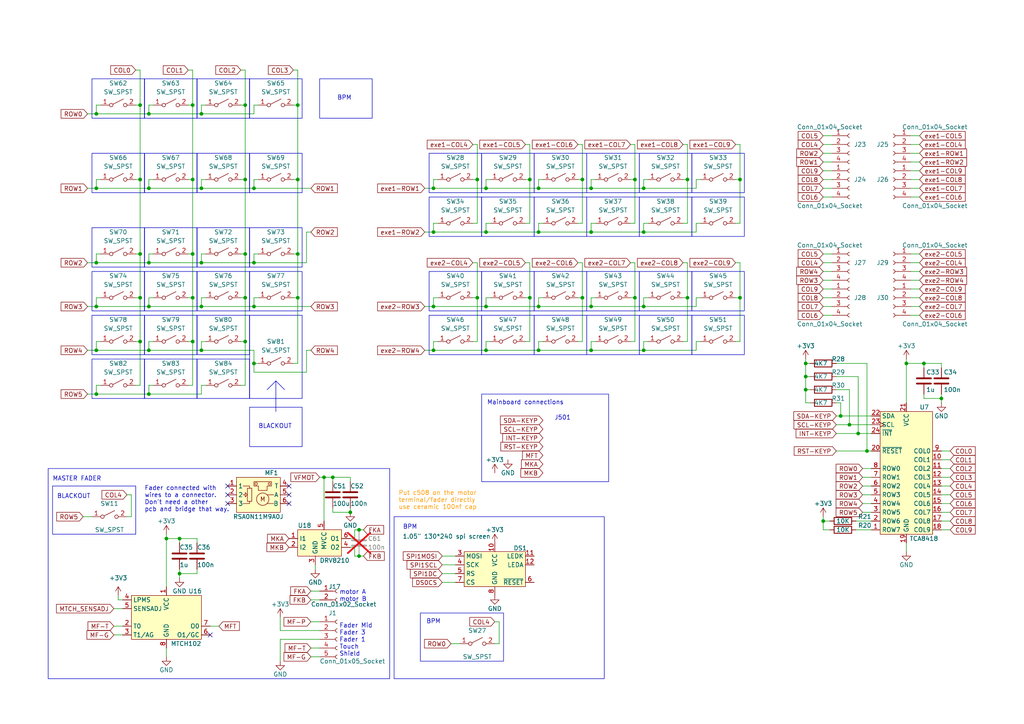
<source format=kicad_sch>
(kicad_sch (version 20231120) (generator "eeschema") (generator_version "8.0")
  (paper "A4")
  (junction (at 186.69 54.61))
  (junction (at 58.42 33.02))
  (junction (at 186.69 88.9))
  (junction (at 58.42 101.6))
  (junction (at 73.66 76.2))
  (junction (at 171.45 88.9))
  (junction (at 171.45 101.6))
  (junction (at 71.12 30.48))
  (junction (at 55.88 52.07))
  (junction (at 267.97 105.41))
  (junction (at 48.26 156.21))
  (junction (at 93.98 138.43))
  (junction (at 186.69 101.6))
  (junction (at 171.45 54.61))
  (junction (at 214.63 86.36))
  (junction (at 251.46 130.81))
  (junction (at 58.42 88.9))
  (junction (at 243.84 120.65))
  (junction (at 55.88 73.66))
  (junction (at 273.05 115.57))
  (junction (at 40.64 30.48))
  (junction (at 55.88 86.36))
  (junction (at 43.18 88.9))
  (junction (at 58.42 54.61))
  (junction (at 73.66 54.61))
  (junction (at 125.73 101.6))
  (junction (at 168.91 52.07))
  (junction (at 86.36 30.48))
  (junction (at 73.66 88.9))
  (junction (at 140.97 101.6))
  (junction (at 27.94 54.61))
  (junction (at 86.36 86.36))
  (junction (at 233.68 113.03))
  (junction (at 184.15 86.36))
  (junction (at 246.38 123.19))
  (junction (at 55.88 99.06))
  (junction (at 184.15 52.07))
  (junction (at 52.07 156.21))
  (junction (at 40.64 99.06))
  (junction (at 27.94 88.9))
  (junction (at 43.18 33.02))
  (junction (at 86.36 52.07))
  (junction (at 248.92 125.73))
  (junction (at 101.6 148.59))
  (junction (at 71.12 99.06))
  (junction (at 73.66 105.41))
  (junction (at 43.18 101.6))
  (junction (at 58.42 76.2))
  (junction (at 140.97 54.61))
  (junction (at 138.43 52.07))
  (junction (at 104.14 153.67))
  (junction (at 199.39 86.36))
  (junction (at 52.07 166.37))
  (junction (at 168.91 86.36))
  (junction (at 233.68 109.22))
  (junction (at 27.94 76.2))
  (junction (at 125.73 54.61))
  (junction (at 40.64 73.66))
  (junction (at 27.94 101.6))
  (junction (at 156.21 88.9))
  (junction (at 171.45 67.31))
  (junction (at 125.73 88.9))
  (junction (at 125.73 67.31))
  (junction (at 156.21 67.31))
  (junction (at 43.18 114.3))
  (junction (at 156.21 101.6))
  (junction (at 71.12 86.36))
  (junction (at 55.88 30.48))
  (junction (at 27.94 33.02))
  (junction (at 262.89 105.41))
  (junction (at 214.63 52.07))
  (junction (at 71.12 73.66))
  (junction (at 233.68 105.41))
  (junction (at 156.21 54.61))
  (junction (at 153.67 52.07))
  (junction (at 40.64 86.36))
  (junction (at 27.94 114.3))
  (junction (at 104.14 161.29))
  (junction (at 140.97 67.31))
  (junction (at 140.97 88.9))
  (junction (at 138.43 86.36))
  (junction (at 199.39 52.07))
  (junction (at 71.12 52.07))
  (junction (at 43.18 76.2))
  (junction (at 238.76 151.13))
  (junction (at 153.67 86.36))
  (junction (at 43.18 54.61))
  (junction (at 40.64 52.07))
  (junction (at 186.69 67.31))
  (junction (at 96.52 138.43))
  (junction (at 86.36 73.66))
  (no_connect (at 83.82 143.51))
  (no_connect (at 66.04 143.51))
  (no_connect (at 83.82 146.05))
  (no_connect (at 60.96 184.15))
  (no_connect (at 83.82 140.97))
  (no_connect (at 66.04 140.97))
  (no_connect (at 66.04 146.05))
  (wire (pts (xy 96.52 147.32) (xy 96.52 148.59)))
  (wire (pts (xy 171.45 67.31) (xy 156.21 67.31)))
  (wire (pts (xy 171.45 88.9) (xy 186.69 88.9)))
  (wire (pts (xy 140.97 86.36) (xy 140.97 88.9)))
  (wire (pts (xy 27.94 33.02) (xy 43.18 33.02)))
  (wire (pts (xy 238.76 88.9) (xy 241.3 88.9)))
  (wire (pts (xy 43.18 99.06) (xy 43.18 101.6)))
  (wire (pts (xy 199.39 76.2) (xy 199.39 86.36)))
  (wire (pts (xy 88.9 76.2) (xy 73.66 76.2)))
  (wire (pts (xy 54.61 73.66) (xy 55.88 73.66)))
  (wire (pts (xy 273.05 105.41) (xy 267.97 105.41)))
  (wire (pts (xy 125.73 86.36) (xy 125.73 88.9)))
  (wire (pts (xy 58.42 99.06) (xy 59.69 99.06)))
  (wire (pts (xy 153.67 76.2) (xy 153.67 86.36)))
  (wire (pts (xy 71.12 30.48) (xy 71.12 52.07)))
  (wire (pts (xy 69.85 20.32) (xy 71.12 20.32)))
  (wire (pts (xy 199.39 41.91) (xy 199.39 52.07)))
  (wire (pts (xy 25.4 54.61) (xy 27.94 54.61)))
  (wire (pts (xy 156.21 86.36) (xy 156.21 88.9)))
  (wire (pts (xy 233.68 109.22) (xy 234.95 109.22)))
  (wire (pts (xy 214.63 76.2) (xy 214.63 86.36)))
  (wire (pts (xy 242.57 116.84) (xy 243.84 116.84)))
  (wire (pts (xy 137.16 76.2) (xy 138.43 76.2)))
  (wire (pts (xy 273.05 143.51) (xy 275.59 143.51)))
  (wire (pts (xy 90.17 180.34) (xy 92.71 180.34)))
  (wire (pts (xy 172.72 64.77) (xy 171.45 64.77)))
  (wire (pts (xy 199.39 86.36) (xy 199.39 99.06)))
  (wire (pts (xy 264.16 57.15) (xy 266.7 57.15)))
  (wire (pts (xy 48.26 156.21) (xy 52.07 156.21)))
  (wire (pts (xy 85.09 105.41) (xy 86.36 105.41)))
  (wire (pts (xy 198.12 86.36) (xy 199.39 86.36)))
  (wire (pts (xy 238.76 151.13) (xy 238.76 153.67)))
  (wire (pts (xy 59.69 52.07) (xy 58.42 52.07)))
  (wire (pts (xy 238.76 52.07) (xy 241.3 52.07)))
  (wire (pts (xy 25.4 76.2) (xy 27.94 76.2)))
  (wire (pts (xy 187.96 64.77) (xy 186.69 64.77)))
  (wire (pts (xy 73.66 107.95) (xy 73.66 105.41)))
  (wire (pts (xy 71.12 73.66) (xy 71.12 86.36)))
  (wire (pts (xy 238.76 57.15) (xy 241.3 57.15)))
  (wire (pts (xy 52.07 166.37) (xy 52.07 167.64)))
  (wire (pts (xy 264.16 81.28) (xy 266.7 81.28)))
  (wire (pts (xy 57.15 165.1) (xy 57.15 166.37)))
  (wire (pts (xy 137.16 41.91) (xy 138.43 41.91)))
  (wire (pts (xy 168.91 99.06) (xy 167.64 99.06)))
  (wire (pts (xy 102.87 153.67) (xy 102.87 156.21)))
  (wire (pts (xy 233.68 109.22) (xy 233.68 105.41)))
  (wire (pts (xy 203.2 99.06) (xy 201.93 99.06)))
  (wire (pts (xy 248.285 151.13) (xy 252.73 151.13)))
  (wire (pts (xy 186.69 101.6) (xy 201.93 101.6)))
  (wire (pts (xy 248.92 109.22) (xy 248.92 125.73)))
  (wire (pts (xy 27.94 88.9) (xy 43.18 88.9)))
  (wire (pts (xy 144.78 186.69) (xy 143.51 186.69)))
  (wire (pts (xy 246.38 113.03) (xy 246.38 123.19)))
  (wire (pts (xy 58.42 73.66) (xy 59.69 73.66)))
  (wire (pts (xy 238.76 49.53) (xy 241.3 49.53)))
  (wire (pts (xy 34.29 173.99) (xy 35.56 173.99)))
  (wire (pts (xy 213.36 52.07) (xy 214.63 52.07)))
  (wire (pts (xy 27.94 86.36) (xy 27.94 88.9)))
  (wire (pts (xy 43.18 111.76) (xy 43.18 114.3)))
  (wire (pts (xy 96.52 148.59) (xy 101.6 148.59)))
  (wire (pts (xy 264.16 52.07) (xy 266.7 52.07)))
  (wire (pts (xy 238.76 153.67) (xy 240.665 153.67)))
  (wire (pts (xy 40.64 99.06) (xy 40.64 111.76)))
  (wire (pts (xy 186.69 86.36) (xy 186.69 88.9)))
  (wire (pts (xy 238.76 46.99) (xy 241.3 46.99)))
  (wire (pts (xy 54.61 99.06) (xy 55.88 99.06)))
  (wire (pts (xy 242.57 120.65) (xy 243.84 120.65)))
  (wire (pts (xy 48.26 154.94) (xy 48.26 156.21)))
  (wire (pts (xy 43.18 99.06) (xy 44.45 99.06)))
  (wire (pts (xy 25.4 101.6) (xy 27.94 101.6)))
  (wire (pts (xy 71.12 20.32) (xy 71.12 30.48)))
  (wire (pts (xy 90.17 173.99) (xy 92.71 173.99)))
  (wire (pts (xy 85.09 73.66) (xy 86.36 73.66)))
  (wire (pts (xy 238.76 39.37) (xy 241.3 39.37)))
  (wire (pts (xy 39.37 30.48) (xy 40.64 30.48)))
  (wire (pts (xy 264.16 83.82) (xy 266.7 83.82)))
  (wire (pts (xy 198.12 64.77) (xy 199.39 64.77)))
  (wire (pts (xy 201.93 52.07) (xy 201.93 54.61)))
  (wire (pts (xy 55.88 30.48) (xy 55.88 52.07)))
  (polyline (pts (xy 80.01 110.49) (xy 80.01 119.38)))
  (wire (pts (xy 88.9 101.6) (xy 90.17 101.6)))
  (polyline (pts (xy 77.47 113.03) (xy 80.01 110.49)))
  (wire (pts (xy 44.45 52.07) (xy 43.18 52.07)))
  (wire (pts (xy 167.64 52.07) (xy 168.91 52.07)))
  (wire (pts (xy 27.94 76.2) (xy 43.18 76.2)))
  (wire (pts (xy 242.57 125.73) (xy 248.92 125.73)))
  (wire (pts (xy 238.76 78.74) (xy 241.3 78.74)))
  (wire (pts (xy 27.94 86.36) (xy 29.21 86.36)))
  (wire (pts (xy 171.45 64.77) (xy 171.45 67.31)))
  (wire (pts (xy 171.45 52.07) (xy 171.45 54.61)))
  (wire (pts (xy 54.61 30.48) (xy 55.88 30.48)))
  (wire (pts (xy 27.94 111.76) (xy 29.21 111.76)))
  (wire (pts (xy 172.72 52.07) (xy 171.45 52.07)))
  (wire (pts (xy 43.18 54.61) (xy 58.42 54.61)))
  (wire (pts (xy 238.76 44.45) (xy 241.3 44.45)))
  (wire (pts (xy 39.37 73.66) (xy 40.64 73.66)))
  (wire (pts (xy 27.94 73.66) (xy 29.21 73.66)))
  (wire (pts (xy 25.4 114.3) (xy 27.94 114.3)))
  (wire (pts (xy 55.88 99.06) (xy 55.88 111.76)))
  (wire (pts (xy 233.68 113.03) (xy 234.95 113.03)))
  (wire (pts (xy 127 99.06) (xy 125.73 99.06)))
  (wire (pts (xy 238.76 83.82) (xy 241.3 83.82)))
  (wire (pts (xy 273.05 114.3) (xy 273.05 115.57)))
  (wire (pts (xy 40.64 86.36) (xy 40.64 99.06)))
  (wire (pts (xy 123.19 101.6) (xy 125.73 101.6)))
  (wire (pts (xy 58.42 52.07) (xy 58.42 54.61)))
  (wire (pts (xy 86.36 20.32) (xy 86.36 30.48)))
  (wire (pts (xy 214.63 41.91) (xy 214.63 52.07)))
  (wire (pts (xy 27.94 30.48) (xy 27.94 33.02)))
  (wire (pts (xy 238.76 41.91) (xy 241.3 41.91)))
  (wire (pts (xy 29.21 52.07) (xy 27.94 52.07)))
  (wire (pts (xy 273.05 106.68) (xy 273.05 105.41)))
  (wire (pts (xy 69.85 86.36) (xy 71.12 86.36)))
  (wire (pts (xy 86.36 30.48) (xy 86.36 52.07)))
  (wire (pts (xy 184.15 86.36) (xy 184.15 99.06)))
  (wire (pts (xy 264.16 78.74) (xy 266.7 78.74)))
  (wire (pts (xy 55.88 73.66) (xy 55.88 86.36)))
  (wire (pts (xy 92.71 138.43) (xy 93.98 138.43)))
  (wire (pts (xy 40.64 52.07) (xy 40.64 73.66)))
  (wire (pts (xy 182.88 52.07) (xy 184.15 52.07)))
  (wire (pts (xy 273.05 153.67) (xy 275.59 153.67)))
  (wire (pts (xy 27.94 114.3) (xy 43.18 114.3)))
  (wire (pts (xy 43.18 73.66) (xy 44.45 73.66)))
  (wire (pts (xy 187.96 52.07) (xy 186.69 52.07)))
  (wire (pts (xy 52.07 157.48) (xy 52.07 156.21)))
  (wire (pts (xy 140.97 99.06) (xy 140.97 101.6)))
  (wire (pts (xy 201.93 64.77) (xy 201.93 67.31)))
  (wire (pts (xy 57.15 166.37) (xy 52.07 166.37)))
  (wire (pts (xy 214.63 86.36) (xy 214.63 99.06)))
  (wire (pts (xy 273.05 146.05) (xy 275.59 146.05)))
  (wire (pts (xy 248.92 125.73) (xy 252.73 125.73)))
  (wire (pts (xy 152.4 64.77) (xy 153.67 64.77)))
  (wire (pts (xy 262.89 105.41) (xy 267.97 105.41)))
  (polyline (pts (xy 80.01 110.49) (xy 82.55 113.03)))
  (wire (pts (xy 69.85 30.48) (xy 71.12 30.48)))
  (wire (pts (xy 238.76 149.86) (xy 238.76 151.13)))
  (wire (pts (xy 157.48 99.06) (xy 156.21 99.06)))
  (wire (pts (xy 57.15 156.21) (xy 52.07 156.21)))
  (wire (pts (xy 142.24 52.07) (xy 140.97 52.07)))
  (wire (pts (xy 153.67 52.07) (xy 153.67 64.77)))
  (wire (pts (xy 88.9 67.31) (xy 88.9 76.2)))
  (wire (pts (xy 81.28 185.42) (xy 81.28 191.77)))
  (wire (pts (xy 127 64.77) (xy 125.73 64.77)))
  (wire (pts (xy 34.29 172.72) (xy 34.29 173.99)))
  (wire (pts (xy 85.09 86.36) (xy 86.36 86.36)))
  (wire (pts (xy 39.37 111.76) (xy 40.64 111.76)))
  (wire (pts (xy 104.14 161.29) (xy 105.41 161.29)))
  (wire (pts (xy 43.18 101.6) (xy 58.42 101.6)))
  (wire (pts (xy 171.45 86.36) (xy 171.45 88.9)))
  (wire (pts (xy 132.08 166.37) (xy 128.27 166.37)))
  (wire (pts (xy 40.64 73.66) (xy 40.64 86.36)))
  (wire (pts (xy 38.1 143.51) (xy 38.1 149.86)))
  (wire (pts (xy 214.63 52.07) (xy 214.63 64.77)))
  (wire (pts (xy 242.57 123.19) (xy 246.38 123.19)))
  (wire (pts (xy 90.17 190.5) (xy 92.71 190.5)))
  (wire (pts (xy 58.42 33.02) (xy 73.66 33.02)))
  (wire (pts (xy 199.39 99.06) (xy 198.12 99.06)))
  (wire (pts (xy 101.6 138.43) (xy 96.52 138.43)))
  (wire (pts (xy 186.69 52.07) (xy 186.69 54.61)))
  (wire (pts (xy 85.09 20.32) (xy 86.36 20.32)))
  (wire (pts (xy 43.18 86.36) (xy 44.45 86.36)))
  (wire (pts (xy 182.88 64.77) (xy 184.15 64.77)))
  (wire (pts (xy 184.15 41.91) (xy 184.15 52.07)))
  (wire (pts (xy 58.42 54.61) (xy 73.66 54.61)))
  (wire (pts (xy 186.69 67.31) (xy 171.45 67.31)))
  (wire (pts (xy 55.88 86.36) (xy 55.88 99.06)))
  (wire (pts (xy 39.37 52.07) (xy 40.64 52.07)))
  (wire (pts (xy 243.84 120.65) (xy 252.73 120.65)))
  (wire (pts (xy 73.66 30.48) (xy 74.93 30.48)))
  (wire (pts (xy 168.91 41.91) (xy 168.91 52.07)))
  (wire (pts (xy 25.4 33.02) (xy 27.94 33.02)))
  (wire (pts (xy 24.13 149.86) (xy 26.67 149.86)))
  (wire (pts (xy 55.88 52.07) (xy 55.88 73.66)))
  (wire (pts (xy 140.97 67.31) (xy 125.73 67.31)))
  (wire (pts (xy 153.67 86.36) (xy 153.67 99.06)))
  (wire (pts (xy 250.19 143.51) (xy 252.73 143.51)))
  (wire (pts (xy 71.12 99.06) (xy 71.12 111.76)))
  (wire (pts (xy 130.81 186.69) (xy 133.35 186.69)))
  (wire (pts (xy 43.18 111.76) (xy 44.45 111.76)))
  (wire (pts (xy 143.51 180.34) (xy 144.78 180.34)))
  (wire (pts (xy 184.15 76.2) (xy 184.15 86.36)))
  (wire (pts (xy 144.78 180.34) (xy 144.78 186.69)))
  (wire (pts (xy 58.42 30.48) (xy 58.42 33.02)))
  (wire (pts (xy 27.94 101.6) (xy 43.18 101.6)))
  (wire (pts (xy 264.16 46.99) (xy 266.7 46.99)))
  (wire (pts (xy 186.69 64.77) (xy 186.69 67.31)))
  (wire (pts (xy 273.05 116.84) (xy 273.05 115.57)))
  (wire (pts (xy 59.69 30.48) (xy 58.42 30.48)))
  (wire (pts (xy 73.66 86.36) (xy 74.93 86.36)))
  (wire (pts (xy 156.21 52.07) (xy 156.21 54.61)))
  (wire (pts (xy 123.19 88.9) (xy 125.73 88.9)))
  (wire (pts (xy 55.88 20.32) (xy 55.88 30.48)))
  (wire (pts (xy 273.05 133.35) (xy 275.59 133.35)))
  (wire (pts (xy 264.16 44.45) (xy 266.7 44.45)))
  (wire (pts (xy 187.96 86.36) (xy 186.69 86.36)))
  (wire (pts (xy 167.64 41.91) (xy 168.91 41.91)))
  (wire (pts (xy 90.17 171.45) (xy 92.71 171.45)))
  (wire (pts (xy 43.18 114.3) (xy 58.42 114.3)))
  (wire (pts (xy 213.36 99.06) (xy 214.63 99.06)))
  (wire (pts (xy 264.16 91.44) (xy 266.7 91.44)))
  (wire (pts (xy 88.9 67.31) (xy 90.17 67.31)))
  (wire (pts (xy 58.42 73.66) (xy 58.42 76.2)))
  (wire (pts (xy 43.18 88.9) (xy 58.42 88.9)))
  (wire (pts (xy 264.16 88.9) (xy 266.7 88.9)))
  (wire (pts (xy 156.21 101.6) (xy 171.45 101.6)))
  (wire (pts (xy 199.39 52.07) (xy 199.39 64.77)))
  (wire (pts (xy 40.64 30.48) (xy 40.64 52.07)))
  (wire (pts (xy 43.18 52.07) (xy 43.18 54.61)))
  (wire (pts (xy 251.46 130.81) (xy 252.73 130.81)))
  (wire (pts (xy 213.36 41.91) (xy 214.63 41.91)))
  (wire (pts (xy 156.21 54.61) (xy 140.97 54.61)))
  (wire (pts (xy 60.96 181.61) (xy 63.5 181.61)))
  (wire (pts (xy 73.66 76.2) (xy 73.66 73.66)))
  (wire (pts (xy 201.93 86.36) (xy 201.93 88.9)))
  (wire (pts (xy 73.66 33.02) (xy 73.66 30.48)))
  (wire (pts (xy 242.57 113.03) (xy 246.38 113.03)))
  (wire (pts (xy 39.37 99.06) (xy 40.64 99.06)))
  (wire (pts (xy 58.42 99.06) (xy 58.42 101.6)))
  (wire (pts (xy 203.2 86.36) (xy 201.93 86.36)))
  (wire (pts (xy 81.28 182.88) (xy 92.71 182.88)))
  (wire (pts (xy 168.91 86.36) (xy 168.91 99.06)))
  (wire (pts (xy 153.67 41.91) (xy 153.67 52.07)))
  (wire (pts (xy 251.46 105.41) (xy 251.46 130.81)))
  (wire (pts (xy 33.02 184.15) (xy 35.56 184.15)))
  (wire (pts (xy 264.16 86.36) (xy 266.7 86.36)))
  (wire (pts (xy 125.73 54.61) (xy 140.97 54.61)))
  (wire (pts (xy 267.97 105.41) (xy 267.97 106.68)))
  (wire (pts (xy 182.88 41.91) (xy 184.15 41.91)))
  (wire (pts (xy 273.05 148.59) (xy 275.59 148.59)))
  (wire (pts (xy 187.96 99.06) (xy 186.69 99.06)))
  (wire (pts (xy 125.73 52.07) (xy 125.73 54.61)))
  (wire (pts (xy 242.57 109.22) (xy 248.92 109.22)))
  (wire (pts (xy 198.12 76.2) (xy 199.39 76.2)))
  (wire (pts (xy 182.88 99.06) (xy 184.15 99.06)))
  (wire (pts (xy 138.43 86.36) (xy 138.43 99.06)))
  (wire (pts (xy 201.93 54.61) (xy 186.69 54.61)))
  (wire (pts (xy 73.66 52.07) (xy 74.93 52.07)))
  (wire (pts (xy 38.1 149.86) (xy 36.83 149.86)))
  (wire (pts (xy 58.42 86.36) (xy 58.42 88.9)))
  (wire (pts (xy 273.05 130.81) (xy 275.59 130.81)))
  (wire (pts (xy 213.36 64.77) (xy 214.63 64.77)))
  (wire (pts (xy 69.85 52.07) (xy 71.12 52.07)))
  (wire (pts (xy 186.69 54.61) (xy 171.45 54.61)))
  (wire (pts (xy 125.73 99.06) (xy 125.73 101.6)))
  (wire (pts (xy 73.66 88.9) (xy 90.17 88.9)))
  (wire (pts (xy 264.16 54.61) (xy 266.7 54.61)))
  (wire (pts (xy 142.24 64.77) (xy 140.97 64.77)))
  (wire (pts (xy 242.57 130.81) (xy 251.46 130.81)))
  (wire (pts (xy 54.61 20.32) (xy 55.88 20.32)))
  (wire (pts (xy 52.07 165.1) (xy 52.07 166.37)))
  (wire (pts (xy 58.42 88.9) (xy 73.66 88.9)))
  (wire (pts (xy 39.37 86.36) (xy 40.64 86.36)))
  (wire (pts (xy 142.24 99.06) (xy 140.97 99.06)))
  (wire (pts (xy 73.66 73.66) (xy 74.93 73.66)))
  (wire (pts (xy 91.44 165.1) (xy 91.44 163.83)))
  (wire (pts (xy 250.19 135.89) (xy 252.73 135.89)))
  (wire (pts (xy 104.14 161.29) (xy 102.87 161.29)))
  (wire (pts (xy 93.98 138.43) (xy 96.52 138.43)))
  (wire (pts (xy 142.24 86.36) (xy 140.97 86.36)))
  (wire (pts (xy 250.19 146.05) (xy 252.73 146.05)))
  (wire (pts (xy 264.16 76.2) (xy 266.7 76.2)))
  (wire (pts (xy 167.64 76.2) (xy 168.91 76.2)))
  (wire (pts (xy 156.21 99.06) (xy 156.21 101.6)))
  (wire (pts (xy 262.89 105.41) (xy 262.89 116.84)))
  (wire (pts (xy 69.85 99.06) (xy 71.12 99.06)))
  (wire (pts (xy 73.66 54.61) (xy 90.17 54.61)))
  (wire (pts (xy 43.18 76.2) (xy 58.42 76.2)))
  (wire (pts (xy 88.9 107.95) (xy 73.66 107.95)))
  (wire (pts (xy 152.4 86.36) (xy 153.67 86.36)))
  (wire (pts (xy 90.17 187.96) (xy 92.71 187.96)))
  (wire (pts (xy 248.285 153.67) (xy 252.73 153.67)))
  (wire (pts (xy 44.45 30.48) (xy 43.18 30.48)))
  (wire (pts (xy 186.69 88.9) (xy 201.93 88.9)))
  (wire (pts (xy 238.76 54.61) (xy 241.3 54.61)))
  (wire (pts (xy 57.15 157.48) (xy 57.15 156.21)))
  (wire (pts (xy 27.94 111.76) (xy 27.94 114.3)))
  (wire (pts (xy 33.02 176.53) (xy 35.56 176.53)))
  (wire (pts (xy 264.16 73.66) (xy 266.7 73.66)))
  (wire (pts (xy 27.94 52.07) (xy 27.94 54.61)))
  (wire (pts (xy 213.36 76.2) (xy 214.63 76.2)))
  (wire (pts (xy 156.21 88.9) (xy 171.45 88.9)))
  (wire (pts (xy 138.43 52.07) (xy 138.43 64.77)))
  (wire (pts (xy 43.18 73.66) (xy 43.18 76.2)))
  (wire (pts (xy 92.71 185.42) (xy 81.28 185.42)))
  (wire (pts (xy 48.26 187.96) (xy 48.26 190.5)))
  (wire (pts (xy 102.87 158.75) (xy 101.6 158.75)))
  (wire (pts (xy 246.38 123.19) (xy 252.73 123.19)))
  (wire (pts (xy 157.48 86.36) (xy 156.21 86.36)))
  (wire (pts (xy 273.05 115.57) (xy 267.97 115.57)))
  (wire (pts (xy 250.19 148.59) (xy 252.73 148.59)))
  (wire (pts (xy 102.87 161.29) (xy 102.87 158.75)))
  (wire (pts (xy 48.26 156.21) (xy 48.26 170.18)))
  (wire (pts (xy 233.68 105.41) (xy 233.68 104.14)))
  (wire (pts (xy 140.97 88.9) (xy 156.21 88.9)))
  (wire (pts (xy 182.88 76.2) (xy 184.15 76.2)))
  (wire (pts (xy 58.42 111.76) (xy 59.69 111.76)))
  (wire (pts (xy 29.21 30.48) (xy 27.94 30.48)))
  (wire (pts (xy 171.45 101.6) (xy 186.69 101.6)))
  (wire (pts (xy 157.48 52.07) (xy 156.21 52.07)))
  (wire (pts (xy 273.05 135.89) (xy 275.59 135.89)))
  (wire (pts (xy 138.43 99.06) (xy 137.16 99.06)))
  (wire (pts (xy 273.05 138.43) (xy 275.59 138.43)))
  (wire (pts (xy 152.4 41.91) (xy 153.67 41.91)))
  (wire (pts (xy 123.19 54.61) (xy 125.73 54.61)))
  (wire (pts (xy 250.19 138.43) (xy 252.73 138.43)))
  (wire (pts (xy 25.4 88.9) (xy 27.94 88.9)))
  (wire (pts (xy 125.73 88.9) (xy 140.97 88.9)))
  (wire (pts (xy 132.08 163.83) (xy 128.27 163.83)))
  (wire (pts (xy 137.16 64.77) (xy 138.43 64.77)))
  (wire (pts (xy 198.12 41.91) (xy 199.39 41.91)))
  (wire (pts (xy 233.68 113.03) (xy 233.68 109.22)))
  (wire (pts (xy 140.97 101.6) (xy 156.21 101.6)))
  (wire (pts (xy 152.4 52.07) (xy 153.67 52.07)))
  (wire (pts (xy 137.16 52.07) (xy 138.43 52.07)))
  (wire (pts (xy 186.69 99.06) (xy 186.69 101.6)))
  (wire (pts (xy 36.83 143.51) (xy 38.1 143.51)))
  (wire (pts (xy 73.66 88.9) (xy 73.66 86.36)))
  (wire (pts (xy 262.89 104.14) (xy 262.89 105.41)))
  (wire (pts (xy 104.14 153.67) (xy 105.41 153.67)))
  (wire (pts (xy 54.61 52.07) (xy 55.88 52.07)))
  (wire (pts (xy 242.57 105.41) (xy 251.46 105.41)))
  (wire (pts (xy 234.95 116.84) (xy 233.68 116.84)))
  (wire (pts (xy 69.85 73.66) (xy 71.12 73.66)))
  (wire (pts (xy 238.76 81.28) (xy 241.3 81.28)))
  (wire (pts (xy 138.43 41.91) (xy 138.43 52.07)))
  (wire (pts (xy 172.72 99.06) (xy 171.45 99.06)))
  (wire (pts (xy 73.66 105.41) (xy 74.93 105.41)))
  (wire (pts (xy 125.73 101.6) (xy 140.97 101.6)))
  (wire (pts (xy 40.64 20.32) (xy 40.64 30.48)))
  (wire (pts (xy 85.09 52.07) (xy 86.36 52.07)))
  (wire (pts (xy 156.21 64.77) (xy 156.21 67.31)))
  (wire (pts (xy 262.89 157.48) (xy 262.89 160.02)))
  (wire (pts (xy 58.42 101.6) (xy 73.66 101.6)))
  (wire (pts (xy 71.12 52.07) (xy 71.12 73.66)))
  (wire (pts (xy 33.02 181.61) (xy 35.56 181.61)))
  (wire (pts (xy 264.16 39.37) (xy 266.7 39.37)))
  (wire (pts (xy 138.43 76.2) (xy 138.43 86.36)))
  (wire (pts (xy 201.93 67.31) (xy 186.69 67.31)))
  (wire (pts (xy 273.05 151.13) (xy 275.59 151.13)))
  (wire (pts (xy 233.68 105.41) (xy 234.95 105.41)))
  (wire (pts (xy 264.16 49.53) (xy 266.7 49.53)))
  (wire (pts (xy 101.6 147.32) (xy 101.6 148.59)))
  (wire (pts (xy 85.09 30.48) (xy 86.36 30.48)))
  (wire (pts (xy 213.36 86.36) (xy 214.63 86.36)))
  (wire (pts (xy 54.61 86.36) (xy 55.88 86.36)))
  (wire (pts (xy 27.94 99.06) (xy 27.94 101.6)))
  (wire (pts (xy 127 86.36) (xy 125.73 86.36)))
  (wire (pts (xy 123.19 67.31) (xy 125.73 67.31)))
  (wire (pts (xy 58.42 76.2) (xy 73.66 76.2)))
  (wire (pts (xy 167.64 86.36) (xy 168.91 86.36)))
  (wire (pts (xy 198.12 52.07) (xy 199.39 52.07)))
  (wire (pts (xy 104.14 153.67) (xy 102.87 153.67)))
  (wire (pts (xy 238.76 91.44) (xy 241.3 91.44)))
  (wire (pts (xy 86.36 86.36) (xy 86.36 105.41)))
  (wire (pts (xy 157.48 64.77) (xy 156.21 64.77)))
  (wire (pts (xy 96.52 138.43) (xy 96.52 139.7)))
  (wire (pts (xy 238.76 151.13) (xy 240.665 151.13)))
  (wire (pts (xy 71.12 86.36) (xy 71.12 99.06)))
  (wire (pts (xy 132.08 168.91) (xy 128.27 168.91)))
  (wire (pts (xy 238.76 86.36) (xy 241.3 86.36)))
  (wire (pts (xy 102.87 156.21) (xy 101.6 156.21)))
  (wire (pts (xy 43.18 86.36) (xy 43.18 88.9)))
  (wire (pts (xy 73.66 54.61) (xy 73.66 52.07)))
  (wire (pts (xy 201.93 99.06) (xy 201.93 101.6)))
  (wire (pts (xy 27.94 73.66) (xy 27.94 76.2)))
  (wire (pts (xy 250.19 140.97) (xy 252.73 140.97)))
  (wire (pts (xy 43.18 30.48) (xy 43.18 33.02)))
  (wire (pts (xy 43.18 33.02) (xy 58.42 33.02)))
  (wire (pts (xy 156.21 67.31) (xy 140.97 67.31)))
  (wire (pts (xy 39.37 20.32) (xy 40.64 20.32)))
  (wire (pts (xy 238.76 73.66) (xy 241.3 73.66)))
  (wire (pts (xy 27.94 54.61) (xy 43.18 54.61)))
  (wire (pts (xy 201.93 52.07) (xy 203.2 52.07)))
  (wire (pts (xy 167.64 64.77) (xy 168.91 64.77)))
  (wire (pts (xy 243.84 116.84) (xy 243.84 120.65)))
  (wire (pts (xy 58.42 111.76) (xy 58.42 114.3)))
  (wire (pts (xy 152.4 76.2) (xy 153.67 76.2)))
  (wire (pts (xy 171.45 54.61) (xy 156.21 54.61)))
  (wire (pts (xy 238.76 76.2) (xy 241.3 76.2)))
  (wire (pts (xy 182.88 86.36) (xy 184.15 86.36)))
  (wire (pts (xy 140.97 64.77) (xy 140.97 67.31)))
  (wire (pts (xy 168.91 52.07) (xy 168.91 64.77)))
  (wire (pts (xy 233.68 116.84) (xy 233.68 113.03)))
  (wire (pts (xy 58.42 86.36) (xy 59.69 86.36)))
  (wire (pts (xy 73.66 105.41) (xy 73.66 101.6)))
  (wire (pts (xy 54.61 111.76) (xy 55.88 111.76)))
  (wire (pts (xy 88.9 101.6) (xy 88.9 107.95)))
  (wire (pts (xy 152.4 99.06) (xy 153.67 99.06)))
  (wire (pts (xy 27.94 99.06) (xy 29.21 99.06)))
  (wire (pts (xy 171.45 99.06) (xy 171.45 101.6)))
  (wire (pts (xy 81.28 179.07) (xy 81.28 182.88)))
  (wire (pts (xy 86.36 52.07) (xy 86.36 73.66)))
  (wire (pts (xy 201.93 64.77) (xy 203.2 64.77)))
  (wire (pts (xy 86.36 73.66) (xy 86.36 86.36)))
  (wire (pts (xy 140.97 52.07) (xy 140.97 54.61)))
  (wire (pts (xy 101.6 139.7) (xy 101.6 138.43)))
  (wire (pts (xy 132.08 161.29) (xy 128.27 161.29)))
  (wire (pts (xy 172.72 86.36) (xy 171.45 86.36)))
  (wire (pts (xy 93.98 138.43) (xy 93.98 151.13)))
  (wire (pts (xy 125.73 64.77) (xy 125.73 67.31)))
  (wire (pts (xy 184.15 52.07) (xy 184.15 64.77)))
  (wire (pts (xy 168.91 76.2) (xy 168.91 86.36)))
  (wire (pts (xy 137.16 86.36) (xy 138.43 86.36)))
  (wire (pts (xy 273.05 140.97) (xy 275.59 140.97)))
  (wire (pts (xy 127 52.07) (xy 125.73 52.07)))
  (wire (pts (xy 264.16 41.91) (xy 266.7 41.91)))
  (wire (pts (xy 267.97 115.57) (xy 267.97 114.3)))
  (wire (pts (xy 69.85 111.76) (xy 71.12 111.76)))
  (rectangle (start 170.18 91.44) (end 185.42 102.87))
  (rectangle (start 185.42 78.74) (end 200.66 90.17))
  (rectangle (start 154.94 44.45) (end 170.18 55.88))
  (rectangle (start 139.7 44.45) (end 154.94 55.88))
  (rectangle (start 57.15 44.45) (end 72.39 55.88))
  (rectangle (start 26.67 91.44) (end 41.91 102.87))
  (rectangle (start 26.67 22.86) (end 41.91 34.29))
  (rectangle (start 185.42 91.44) (end 200.66 102.87))
  (rectangle (start 57.15 66.04) (end 72.39 77.47))
  (rectangle (start 170.18 44.45) (end 185.42 55.88))
  (rectangle (start 124.46 91.44) (end 139.7 102.87))
  (rectangle (start 57.15 104.14) (end 72.39 115.57))
  (rectangle (start 139.7 78.74) (end 154.94 90.17))
  (rectangle (start 124.46 57.15) (end 139.7 68.58))
  (rectangle (start 41.91 91.44) (end 57.15 102.87))
  (rectangle (start 139.7 91.44) (end 154.94 102.87))
  (rectangle (start 13.97 135.89) (end 113.03 196.85))
  (rectangle (start 26.67 66.04) (end 41.91 77.47))
  (rectangle (start 185.42 57.15) (end 200.66 68.58))
  (rectangle (start 72.39 22.86) (end 87.63 34.29))
  (rectangle (start 72.39 118.11) (end 87.63 129.54))
  (rectangle (start 200.66 57.15) (end 215.9 68.58))
  (rectangle (start 154.94 78.74) (end 170.18 90.17))
  (rectangle (start 121.92 177.8) (end 146.05 191.77))
  (rectangle (start 41.91 78.74) (end 57.15 90.17))
  (rectangle (start 154.94 91.44) (end 170.18 102.87))
  (rectangle (start 170.18 57.15) (end 185.42 68.58))
  (rectangle (start 41.91 22.86) (end 57.15 34.29))
  (rectangle (start 72.39 91.44) (end 87.63 115.57))
  (rectangle (start 124.46 44.45) (end 139.7 55.88))
  (rectangle (start 41.91 44.45) (end 57.15 55.88))
  (rectangle (start 200.66 44.45) (end 215.9 55.88))
  (rectangle (start 170.18 78.74) (end 185.42 90.17))
  (rectangle (start 72.39 78.74) (end 87.63 90.17))
  (rectangle (start 72.39 44.45) (end 87.63 55.88))
  (rectangle (start 57.15 91.44) (end 72.39 102.87))
  (rectangle (start 92.71 22.86) (end 107.95 34.29))
  (rectangle (start 41.91 66.04) (end 57.15 77.47))
  (rectangle (start 72.39 66.04) (end 87.63 77.47))
  (rectangle (start 57.15 22.86) (end 72.39 34.29))
  (rectangle (start 26.67 78.74) (end 41.91 90.17))
  (rectangle (start 139.7 114.3) (end 176.53 139.7))
  (rectangle (start 200.66 91.44) (end 215.9 102.87))
  (rectangle (start 26.67 104.14) (end 41.91 115.57))
  (rectangle (start 26.67 44.45) (end 41.91 55.88))
  (rectangle (start 41.91 104.14) (end 57.15 115.57))
  (rectangle (start 139.7 57.15) (end 154.94 68.58))
  (rectangle (start 154.94 57.15) (end 170.18 68.58))
  (rectangle (start 15.24 140.97) (end 39.37 154.94))
  (rectangle (start 114.3 149.86) (end 175.26 196.85))
  (rectangle (start 124.46 78.74) (end 139.7 90.17))
  (rectangle (start 185.42 44.45) (end 200.66 55.88))
  (rectangle (start 57.15 78.74) (end 72.39 90.17))
  (rectangle (start 200.66 78.74) (end 215.9 90.17))
  (text "motor A\nmotor B" (at 98.425 174.625 0) (effects (font (size 1.27 1.27)) (justify left bottom)))
  (text "BLACKOUT" (at 74.93 124.46 0) (effects (font (size 1.27 1.27)) (justify left bottom)))
  (text "Put c508 on the motor\nterminal/fader directly\nuse ceramic 100nf cap\n" (at 115.57 147.955 0) (effects (font (size 1.27 1.27)) (justify left bottom)))
  (text "BLACKOUT" (at 16.51 144.78 0) (effects (font (size 1.27 1.27)) (justify left bottom)))
  (text "BPM" (at 97.79 29.21 0) (effects (font (size 1.27 1.27)) (justify left bottom)))
  (text "Fader Mid\nFader 3\nFader 1\nTouch\nShield" (at 98.425 190.5 0) (effects (font (size 1.27 1.27)) (justify left bottom)))
  (text "J501" (at 163.195 121.285 0) (effects (font (size 1.27 1.27))))
  (text "BPM\n" (at 116.84 153.67 0) (effects (font (size 1.27 1.27)) (justify left bottom)))
  (text "BPM" (at 125.73 180.34 0) (effects (font (size 1.27 1.27))))
  (text "Mainboard connections" (at 152.4 116.84 0) (effects (font (size 1.27 1.27))))
  (text "Fader connected with\nwires to a connector.\nDon't need a other\npcb and bridge that way." (at 41.91 148.59 0) (effects (font (size 1.27 1.27)) (justify left bottom)))
  (text "MASTER FADER" (at 15.24 139.7 0) (effects (font (size 1.27 1.27)) (justify left bottom)))
  (global_label "COL0" (shape input) (at 39.37 20.32 180) (property "Intersheetrefs" "${INTERSHEET_REFS}" (effects (hide yes))))
  (global_label "exe2-COL9" (shape input) (at 266.7 83.82 0) (property "Intersheetrefs" "${INTERSHEET_REFS}" (effects (hide yes))))
  (global_label "COL7" (shape input) (at 238.76 88.9 180) (property "Intersheetrefs" "${INTERSHEET_REFS}" (effects (hide yes))))
  (global_label "COL0" (shape input) (at 275.59 130.81 0) (property "Intersheetrefs" "${INTERSHEET_REFS}" (effects (hide yes))))
  (global_label "ROW2" (shape input) (at 25.4 76.2 180) (property "Intersheetrefs" "${INTERSHEET_REFS}" (effects (hide yes))))
  (global_label "COL8" (shape input) (at 275.59 151.13 0) (property "Intersheetrefs" "${INTERSHEET_REFS}" (effects (hide yes))))
  (global_label "MF-T" (shape input) (at 33.02 181.61 180) (property "Intersheetrefs" "${INTERSHEET_REFS}" (effects (hide yes))))
  (global_label "exe2-COL4" (shape input) (at 137.16 76.2 180) (property "Intersheetrefs" "${INTERSHEET_REFS}" (effects (hide yes))))
  (global_label "exe1-COL7" (shape input) (at 182.88 41.91 180) (property "Intersheetrefs" "${INTERSHEET_REFS}" (effects (hide yes))))
  (global_label "exe1-COL6" (shape input) (at 266.7 57.15 0) (property "Intersheetrefs" "${INTERSHEET_REFS}" (effects (hide yes))))
  (global_label "ROW2" (shape input) (at 90.17 67.31 0) (property "Intersheetrefs" "${INTERSHEET_REFS}" (effects (hide yes))))
  (global_label "COL7" (shape input) (at 238.76 54.61 180) (property "Intersheetrefs" "${INTERSHEET_REFS}" (effects (hide yes))))
  (global_label "MF-P" (shape input) (at 90.17 180.34 180) (property "Intersheetrefs" "${INTERSHEET_REFS}" (effects (hide yes))))
  (global_label "MFT" (shape input) (at 63.5 181.61 0) (property "Intersheetrefs" "${INTERSHEET_REFS}" (effects (hide yes))))
  (global_label "MTCH_SENSADJ" (shape input) (at 33.02 176.53 180) (property "Intersheetrefs" "${INTERSHEET_REFS}" (effects (hide yes))))
  (global_label "ROW0" (shape input) (at 25.4 33.02 180) (property "Intersheetrefs" "${INTERSHEET_REFS}" (effects (hide yes))))
  (global_label "exe1-ROW1" (shape input) (at 123.19 54.61 180) (property "Intersheetrefs" "${INTERSHEET_REFS}" (effects (hide yes))))
  (global_label "exe1-COL8" (shape input) (at 198.12 41.91 180) (property "Intersheetrefs" "${INTERSHEET_REFS}" (effects (hide yes))))
  (global_label "exe1-ROW1" (shape input) (at 266.7 44.45 0) (property "Intersheetrefs" "${INTERSHEET_REFS}" (effects (hide yes))))
  (global_label "MF-T" (shape input) (at 90.17 187.96 180) (property "Intersheetrefs" "${INTERSHEET_REFS}" (effects (hide yes))))
  (global_label "MFT" (shape input) (at 157.48 132.08 180) (property "Intersheetrefs" "${INTERSHEET_REFS}" (effects (hide yes))))
  (global_label "COL1" (shape input) (at 275.59 133.35 0) (property "Intersheetrefs" "${INTERSHEET_REFS}" (effects (hide yes))))
  (global_label "FKB" (shape input) (at 105.41 161.29 0) (property "Intersheetrefs" "${INTERSHEET_REFS}" (effects (hide yes))))
  (global_label "exe1-COL6" (shape input) (at 167.64 41.91 180) (property "Intersheetrefs" "${INTERSHEET_REFS}" (effects (hide yes))))
  (global_label "SPI1MOSI" (shape input) (at 128.27 161.29 180) (property "Intersheetrefs" "${INTERSHEET_REFS}" (effects (hide yes))))
  (global_label "exe2-COL6" (shape input) (at 167.64 76.2 180) (property "Intersheetrefs" "${INTERSHEET_REFS}" (effects (hide yes))))
  (global_label "exe2-COL7" (shape input) (at 182.88 76.2 180) (property "Intersheetrefs" "${INTERSHEET_REFS}" (effects (hide yes))))
  (global_label "COL6" (shape input) (at 275.59 146.05 0) (property "Intersheetrefs" "${INTERSHEET_REFS}" (effects (hide yes))))
  (global_label "exe2-COL4" (shape input) (at 266.7 76.2 0) (property "Intersheetrefs" "${INTERSHEET_REFS}" (effects (hide yes))))
  (global_label "RST-KEYP" (shape input) (at 242.57 130.81 180) (property "Intersheetrefs" "${INTERSHEET_REFS}" (effects (hide yes))))
  (global_label "FKA" (shape input) (at 90.17 171.45 180) (property "Intersheetrefs" "${INTERSHEET_REFS}" (effects (hide yes))))
  (global_label "ROW0" (shape input) (at 250.19 135.89 180) (property "Intersheetrefs" "${INTERSHEET_REFS}" (effects (hide yes))))
  (global_label "COL5" (shape input) (at 238.76 39.37 180) (property "Intersheetrefs" "${INTERSHEET_REFS}" (effects (hide yes))))
  (global_label "ROW4" (shape input) (at 90.17 101.6 0) (property "Intersheetrefs" "${INTERSHEET_REFS}" (effects (hide yes))))
  (global_label "SPI1SCL" (shape input) (at 128.27 163.83 180) (property "Intersheetrefs" "${INTERSHEET_REFS}" (effects (hide yes))))
  (global_label "exe2-COL5" (shape input) (at 152.4 76.2 180) (property "Intersheetrefs" "${INTERSHEET_REFS}" (effects (hide yes))))
  (global_label "COL5" (shape input) (at 238.76 73.66 180) (property "Intersheetrefs" "${INTERSHEET_REFS}" (effects (hide yes))))
  (global_label "INT-KEYP" (shape input) (at 157.48 127 180) (property "Intersheetrefs" "${INTERSHEET_REFS}" (effects (hide yes))))
  (global_label "exe2-COL8" (shape input) (at 198.12 76.2 180) (property "Intersheetrefs" "${INTERSHEET_REFS}" (effects (hide yes))))
  (global_label "COL9" (shape input) (at 238.76 83.82 180) (property "Intersheetrefs" "${INTERSHEET_REFS}" (effects (hide yes))))
  (global_label "SCL-KEYP" (shape input) (at 242.57 123.19 180) (property "Intersheetrefs" "${INTERSHEET_REFS}" (effects (hide yes))))
  (global_label "ROW3" (shape input) (at 250.19 143.51 180) (property "Intersheetrefs" "${INTERSHEET_REFS}" (effects (hide yes))))
  (global_label "COL4" (shape input) (at 238.76 76.2 180) (property "Intersheetrefs" "${INTERSHEET_REFS}" (effects (hide yes))))
  (global_label "exe2-COL9" (shape input) (at 213.36 76.2 180) (property "Intersheetrefs" "${INTERSHEET_REFS}" (effects (hide yes))))
  (global_label "SDA-KEYP" (shape input) (at 242.57 120.65 180) (property "Intersheetrefs" "${INTERSHEET_REFS}" (effects (hide yes))))
  (global_label "ROW1" (shape input) (at 25.4 54.61 180) (property "Intersheetrefs" "${INTERSHEET_REFS}" (effects (hide yes))))
  (global_label "exe2-ROW3" (shape input) (at 123.19 88.9 180) (property "Intersheetrefs" "${INTERSHEET_REFS}" (effects (hide yes))))
  (global_label "VFMOT" (shape input) (at 92.71 138.43 180) (property "Intersheetrefs" "${INTERSHEET_REFS}" (effects (hide yes))))
  (global_label "ROW3" (shape input) (at 238.76 81.28 180) (property "Intersheetrefs" "${INTERSHEET_REFS}" (effects (hide yes))))
  (global_label "MF-G" (shape input) (at 90.17 190.5 180) (property "Intersheetrefs" "${INTERSHEET_REFS}" (effects (hide yes))))
  (global_label "COL5" (shape input) (at 275.59 143.51 0) (property "Intersheetrefs" "${INTERSHEET_REFS}" (effects (hide yes))))
  (global_label "RST-KEYP" (shape input) (at 157.48 129.54 180) (property "Intersheetrefs" "${INTERSHEET_REFS}" (effects (hide yes))))
  (global_label "SCL-KEYP" (shape input) (at 157.48 124.46 180) (property "Intersheetrefs" "${INTERSHEET_REFS}" (effects (hide yes))))
  (global_label "ROW3" (shape input) (at 25.4 88.9 180) (property "Intersheetrefs" "${INTERSHEET_REFS}" (effects (hide yes))))
  (global_label "COL4" (shape input) (at 275.59 140.97 0) (property "Intersheetrefs" "${INTERSHEET_REFS}" (effects (hide yes))))
  (global_label "COL6" (shape input) (at 238.76 91.44 180) (property "Intersheetrefs" "${INTERSHEET_REFS}" (effects (hide yes))))
  (global_label "exe2-COL6" (shape input) (at 266.7 91.44 0) (property "Intersheetrefs" "${INTERSHEET_REFS}" (effects (hide yes))))
  (global_label "MKA" (shape input) (at 157.48 134.62 180) (property "Intersheetrefs" "${INTERSHEET_REFS}" (effects (hide yes))))
  (global_label "exe1-ROW2" (shape input) (at 266.7 46.99 0) (property "Intersheetrefs" "${INTERSHEET_REFS}" (effects (hide yes))))
  (global_label "exe1-COL9" (shape input) (at 266.7 49.53 0) (property "Intersheetrefs" "${INTERSHEET_REFS}" (effects (hide yes))))
  (global_label "COL3" (shape input) (at 85.09 20.32 180) (property "Intersheetrefs" "${INTERSHEET_REFS}" (effects (hide yes))))
  (global_label "exe1-COL9" (shape input) (at 213.36 41.91 180) (property "Intersheetrefs" "${INTERSHEET_REFS}" (effects (hide yes))))
  (global_label "COL9" (shape input) (at 238.76 49.53 180) (property "Intersheetrefs" "${INTERSHEET_REFS}" (effects (hide yes))))
  (global_label "SDA-KEYP" (shape input) (at 157.48 121.92 180) (property "Intersheetrefs" "${INTERSHEET_REFS}" (effects (hide yes))))
  (global_label "exe1-COL4" (shape input) (at 137.16 41.91 180) (property "Intersheetrefs" "${INTERSHEET_REFS}" (effects (hide yes))))
  (global_label "ROW5" (shape input) (at 24.13 149.86 180) (property "Intersheetrefs" "${INTERSHEET_REFS}" (effects (hide yes))))
  (global_label "FKA" (shape input) (at 105.41 153.67 0) (property "Intersheetrefs" "${INTERSHEET_REFS}" (effects (hide yes))))
  (global_label "exe1-COL4" (shape input) (at 266.7 41.91 0) (property "Intersheetrefs" "${INTERSHEET_REFS}" (effects (hide yes))))
  (global_label "ROW2" (shape input) (at 250.19 140.97 180) (property "Intersheetrefs" "${INTERSHEET_REFS}" (effects (hide yes))))
  (global_label "COL6" (shape input) (at 238.76 57.15 180) (property "Intersheetrefs" "${INTERSHEET_REFS}" (effects (hide yes))))
  (global_label "COL7" (shape input) (at 275.59 148.59 0) (property "Intersheetrefs" "${INTERSHEET_REFS}" (effects (hide yes))))
  (global_label "ROW2" (shape input) (at 238.76 44.45 180) (property "Intersheetrefs" "${INTERSHEET_REFS}" (effects (hide yes))))
  (global_label "ROW5" (shape input) (at 25.4 114.3 180) (property "Intersheetrefs" "${INTERSHEET_REFS}" (effects (hide yes))))
  (global_label "COL4" (shape input) (at 143.51 180.34 180) (property "Intersheetrefs" "${INTERSHEET_REFS}" (effects (hide yes))))
  (global_label "exe2-ROW4" (shape input) (at 123.19 101.6 180) (property "Intersheetrefs" "${INTERSHEET_REFS}" (effects (hide yes))))
  (global_label "COL2" (shape input) (at 69.85 20.32 180) (property "Intersheetrefs" "${INTERSHEET_REFS}" (effects (hide yes))))
  (global_label "COL4" (shape input) (at 238.76 41.91 180) (property "Intersheetrefs" "${INTERSHEET_REFS}" (effects (hide yes))))
  (global_label "MKA" (shape input) (at 83.82 156.21 180) (property "Intersheetrefs" "${INTERSHEET_REFS}" (effects (hide yes))))
  (global_label "ROW5" (shape input) (at 250.19 148.59 180) (property "Intersheetrefs" "${INTERSHEET_REFS}" (effects (hide yes))))
  (global_label "COL1" (shape input) (at 54.61 20.32 180) (property "Intersheetrefs" "${INTERSHEET_REFS}" (effects (hide yes))))
  (global_label "exe2-ROW3" (shape input) (at 266.7 78.74 0) (property "Intersheetrefs" "${INTERSHEET_REFS}" (effects (hide yes))))
  (global_label "exe1-ROW2" (shape input) (at 123.19 67.31 180) (property "Intersheetrefs" "${INTERSHEET_REFS}" (effects (hide yes))))
  (global_label "exe1-COL5" (shape input) (at 266.7 39.37 0) (property "Intersheetrefs" "${INTERSHEET_REFS}" (effects (hide yes))))
  (global_label "COL8" (shape input) (at 238.76 86.36 180) (property "Intersheetrefs" "${INTERSHEET_REFS}" (effects (hide yes))))
  (global_label "COL4" (shape input) (at 36.83 143.51 180) (property "Intersheetrefs" "${INTERSHEET_REFS}" (effects (hide yes))))
  (global_label "COL2" (shape input) (at 275.59 135.89 0) (property "Intersheetrefs" "${INTERSHEET_REFS}" (effects (hide yes))))
  (global_label "exe2-COL5" (shape input) (at 266.7 73.66 0) (property "Intersheetrefs" "${INTERSHEET_REFS}" (effects (hide yes))))
  (global_label "SPI1DC" (shape input) (at 128.27 166.37 180) (property "Intersheetrefs" "${INTERSHEET_REFS}" (effects (hide yes))))
  (global_label "INT-KEYP" (shape input) (at 242.57 125.73 180) (property "Intersheetrefs" "${INTERSHEET_REFS}" (effects (hide yes))))
  (global_label "ROW4" (shape input) (at 250.19 146.05 180) (property "Intersheetrefs" "${INTERSHEET_REFS}" (effects (hide yes))))
  (global_label "COL3" (shape input) (at 275.59 138.43 0) (property "Intersheetrefs" "${INTERSHEET_REFS}" (effects (hide yes))))
  (global_label "exe2-ROW4" (shape input) (at 266.7 81.28 0) (property "Intersheetrefs" "${INTERSHEET_REFS}" (effects (hide yes))))
  (global_label "ROW4" (shape input) (at 25.4 101.6 180) (property "Intersheetrefs" "${INTERSHEET_REFS}" (effects (hide yes))))
  (global_label "ROW0" (shape input) (at 130.81 186.69 180) (property "Intersheetrefs" "${INTERSHEET_REFS}" (effects (hide yes))))
  (global_label "exe1-COL7" (shape input) (at 266.7 54.61 0) (property "Intersheetrefs" "${INTERSHEET_REFS}" (effects (hide yes))))
  (global_label "ROW1" (shape input) (at 90.17 54.61 0) (property "Intersheetrefs" "${INTERSHEET_REFS}" (effects (hide yes))))
  (global_label "COL9" (shape input) (at 275.59 153.67 0) (property "Intersheetrefs" "${INTERSHEET_REFS}" (effects (hide yes))))
  (global_label "ROW1" (shape input) (at 238.76 46.99 180) (property "Intersheetrefs" "${INTERSHEET_REFS}" (effects (hide yes))))
  (global_label "MKB" (shape input) (at 83.82 158.75 180) (property "Intersheetrefs" "${INTERSHEET_REFS}" (effects (hide yes))))
  (global_label "exe2-COL7" (shape input) (at 266.7 88.9 0) (property "Intersheetrefs" "${INTERSHEET_REFS}" (effects (hide yes))))
  (global_label "exe1-COL5" (shape input) (at 152.4 41.91 180) (property "Intersheetrefs" "${INTERSHEET_REFS}" (effects (hide yes))))
  (global_label "ROW1" (shape input) (at 250.19 138.43 180) (property "Intersheetrefs" "${INTERSHEET_REFS}" (effects (hide yes))))
  (global_label "exe1-COL8" (shape input) (at 266.7 52.07 0) (property "Intersheetrefs" "${INTERSHEET_REFS}" (effects (hide yes))))
  (global_label "FKB" (shape input) (at 90.17 173.99 180) (property "Intersheetrefs" "${INTERSHEET_REFS}" (effects (hide yes))))
  (global_label "DS0CS" (shape input) (at 128.27 168.91 180) (property "Intersheetrefs" "${INTERSHEET_REFS}" (effects (hide yes))))
  (global_label "MF-G" (shape input) (at 33.02 184.15 180) (property "Intersheetrefs" "${INTERSHEET_REFS}" (effects (hide yes))))
  (global_label "MKB" (shape input) (at 157.48 137.16 180) (property "Intersheetrefs" "${INTERSHEET_REFS}" (effects (hide yes))))
  (global_label "COL8" (shape input) (at 238.76 52.07 180) (property "Intersheetrefs" "${INTERSHEET_REFS}" (effects (hide yes))))
  (global_label "ROW4" (shape input) (at 238.76 78.74 180) (property "Intersheetrefs" "${INTERSHEET_REFS}" (effects (hide yes))))
  (global_label "ROW3" (shape input) (at 90.17 88.9 0) (property "Intersheetrefs" "${INTERSHEET_REFS}" (effects (hide yes))))
  (global_label "exe2-COL8" (shape input) (at 266.7 86.36 0) (property "Intersheetrefs" "${INTERSHEET_REFS}" (effects (hide yes))))
  (symbol (lib_id "Personal:1.05'_120x240_spi_screen") (at 143.51 165.1 0) (unit 1)
    (property "Reference" "DS1" (at 150.876 159.004 0))
    (property "Value" "1.05\" 130*240 spi screen" (at 129.54 155.575 0))
    (property "Footprint" "personal:1.05' 120z240 spi screen" (effects (hide yes)))
  )
  (symbol (lib_id "Connector:Conn_01x04_Socket") (at 246.38 52.07 0) (unit 1)
    (property "Reference" "J24" (at 247.65 52.07 0) (effects (justify left)))
    (property "Value" "Conn_01x04_Socket" (at 231.14 59.69 0) (effects (justify left)))
    (property "Footprint" "Connector_JST:JST_XH_B4B-XH-A_1x04_P2.50mm_Vertical" (effects (hide yes)))
  )
  (symbol (lib_id "power:+3V3") (at 262.89 104.14 0) (unit 1)
    (property "Reference" "#PWR057" (effects (hide yes)))
    (property "Value" "+3V3" (at 262.89 100.33 0))
  )
  (symbol (lib_id "Switch:SW_SPST") (at 147.32 64.77 0) (unit 1)
    (property "Reference" "SW35" (at 147.32 58.42 0))
    (property "Value" "SW_SPST" (at 147.32 60.96 0))
    (property "Footprint" "Button_Switch_Keyboard:SW_Cherry_MX_1.00u_Plate" (effects (hide yes)))
  )
  (symbol (lib_id "power:+3V3") (at 81.28 179.07 0) (unit 1)
    (property "Reference" "#PWR02" (effects (hide yes)))
    (property "Value" "+3V3" (at 81.28 175.26 0))
  )
  (symbol (lib_id "Switch:SW_SPST") (at 162.56 64.77 0) (unit 1)
    (property "Reference" "SW36" (at 162.56 58.42 0))
    (property "Value" "SW_SPST" (at 162.56 60.96 0))
    (property "Footprint" "Button_Switch_Keyboard:SW_Cherry_MX_1.00u_Plate" (effects (hide yes)))
  )
  (symbol (lib_id "Switch:SW_SPST") (at 138.43 186.69 0) (unit 1)
    (property "Reference" "SW27" (at 138.43 182.88 0))
    (property "Value" "SW_SPST" (at 138.43 190.5 0))
    (property "Footprint" "Button_Switch_Keyboard:SW_Cherry_MX_1.00u_Plate" (effects (hide yes)))
  )
  (symbol (lib_id "Switch:SW_SPST") (at 49.53 111.76 0) (unit 1)
    (property "Reference" "SW83" (at 49.53 105.41 0))
    (property "Value" "SW_SPST" (at 49.53 107.95 0))
    (property "Footprint" "Button_Switch_Keyboard:SW_Cherry_MX_1.00u_Plate" (effects (hide yes)))
  )
  (symbol (lib_id "Switch:SW_SPST") (at 49.53 73.66 0) (unit 1)
    (property "Reference" "SW71" (at 49.53 67.31 0))
    (property "Value" "SW_SPST" (at 49.53 69.85 0))
    (property "Footprint" "Button_Switch_Keyboard:SW_Cherry_MX_1.00u_Plate" (effects (hide yes)))
  )
  (symbol (lib_id "Switch:SW_SPST") (at 193.04 52.07 0) (unit 1)
    (property "Reference" "SW32" (at 193.04 45.72 0))
    (property "Value" "SW_SPST" (at 193.04 48.26 0))
    (property "Footprint" "Button_Switch_Keyboard:SW_Cherry_MX_1.00u_Plate" (effects (hide yes)))
  )
  (symbol (lib_id "power:GND") (at 91.44 165.1 0) (unit 1)
    (property "Reference" "#PWR0159" (effects (hide yes)))
    (property "Value" "GND" (at 91.44 168.91 0))
  )
  (symbol (lib_id "Switch:SW_SPST") (at 31.75 149.86 0) (unit 1)
    (property "Reference" "SW11" (at 31.75 146.05 0))
    (property "Value" "SW_SPST" (at 31.75 153.67 0))
    (property "Footprint" "Button_Switch_Keyboard:SW_Cherry_MX_1.00u_Plate" (effects (hide yes)))
  )
  (symbol (lib_id "Switch:SW_SPST") (at 177.8 99.06 0) (unit 1)
    (property "Reference" "SW49" (at 177.8 92.71 0))
    (property "Value" "SW_SPST" (at 177.8 95.25 0))
    (property "Footprint" "Button_Switch_Keyboard:SW_Cherry_MX_1.00u_Plate" (effects (hide yes)))
  )
  (symbol (lib_id "Switch:SW_SPST") (at 177.8 64.77 0) (unit 1)
    (property "Reference" "SW37" (at 177.8 58.42 0))
    (property "Value" "SW_SPST" (at 177.8 60.96 0))
    (property "Footprint" "Button_Switch_Keyboard:SW_Cherry_MX_1.00u_Plate" (effects (hide yes)))
  )
  (symbol (lib_id "power:+3V3") (at 143.51 157.48 0) (unit 1)
    (property "Reference" "#PWR097" (effects (hide yes)))
    (property "Value" "+3V3" (at 143.51 153.67 0))
  )
  (symbol (lib_id "Switch:SW_SPST") (at 34.29 52.07 0) (unit 1)
    (property "Reference" "SW66" (at 34.29 45.72 0))
    (property "Value" "SW_SPST" (at 34.29 48.26 0))
    (property "Footprint" "Button_Switch_Keyboard:SW_Cherry_MX_1.00u_Plate" (effects (hide yes)))
  )
  (symbol (lib_id "Switch:SW_SPST") (at 80.01 105.41 0) (unit 1)
    (property "Reference" "SW81" (at 80.01 99.06 0))
    (property "Value" "SW_SPST" (at 80.01 101.6 0))
    (property "Footprint" "Button_Switch_Keyboard:SW_Cherry_MX_2.00u_Vertical_Plate" (effects (hide yes)))
  )
  (symbol (lib_id "Connector:Conn_01x04_Socket") (at 259.08 86.36 0) (mirror y) (unit 1)
    (property "Reference" "J30" (at 257.81 86.36 0) (effects (justify left)))
    (property "Value" "Conn_01x04_Socket" (at 280.67 93.98 0) (effects (justify left)))
    (property "Footprint" "Connector_JST:JST_XH_B4B-XH-A_1x04_P2.50mm_Vertical" (effects (hide yes)))
  )
  (symbol (lib_id "Switch:SW_SPST") (at 208.28 52.07 0) (unit 1)
    (property "Reference" "SW33" (at 208.28 45.72 0))
    (property "Value" "SW_SPST" (at 208.28 48.26 0))
    (property "Footprint" "Button_Switch_Keyboard:SW_Cherry_MX_1.00u_Plate" (effects (hide yes)))
  )
  (symbol (lib_id "power:GND") (at 48.26 190.5 0) (unit 1)
    (property "Reference" "#PWR0102" (effects (hide yes)))
    (property "Value" "GND" (at 48.26 194.31 0))
  )
  (symbol (lib_id "Device:R") (at 238.76 105.41 90) (unit 1)
    (property "Reference" "R28" (at 245.11 104.14 90) (effects (justify left)))
    (property "Value" "4K7" (at 240.03 105.41 90) (effects (justify left)))
    (property "Footprint" "Resistor_SMD:R_0603_1608Metric_Pad0.98x0.95mm_HandSolder" (effects (hide yes)))
  )
  (symbol (lib_id "Device:C") (at 52.07 161.29 0) (unit 1)
    (property "Reference" "C35" (at 52.07 158.75 0) (effects (justify left)))
    (property "Value" "1u" (at 52.07 163.83 0) (effects (justify left)))
    (property "Footprint" "Capacitor_SMD:C_0603_1608Metric_Pad1.08x0.95mm_HandSolder" (effects (hide yes)))
  )
  (symbol (lib_id "Device:C") (at 267.97 110.49 0) (unit 1)
    (property "Reference" "C33" (at 268.605 107.95 0) (effects (justify left)))
    (property "Value" "1u" (at 268.605 113.03 0) (effects (justify left)))
    (property "Footprint" "Capacitor_SMD:C_0603_1608Metric_Pad1.08x0.95mm_HandSolder" (effects (hide yes)))
  )
  (symbol (lib_id "power:GND") (at 52.07 167.64 0) (unit 1)
    (property "Reference" "#PWR0131" (effects (hide yes)))
    (property "Value" "GND" (at 52.07 171.45 0))
  )
  (symbol (lib_id "Connector:Conn_01x04_Socket") (at 259.08 52.07 0) (mirror y) (unit 1)
    (property "Reference" "J26" (at 257.81 52.07 0) (effects (justify left)))
    (property "Value" "Conn_01x04_Socket" (at 280.67 59.69 0) (effects (justify left)))
    (property "Footprint" "Connector_JST:JST_XH_B4B-XH-A_1x04_P2.50mm_Vertical" (effects (hide yes)))
  )
  (symbol (lib_id "Switch:SW_SPST") (at 34.29 73.66 0) (unit 1)
    (property "Reference" "SW70" (at 34.29 67.31 0))
    (property "Value" "SW_SPST" (at 34.29 69.85 0))
    (property "Footprint" "Button_Switch_Keyboard:SW_Cherry_MX_1.00u_Plate" (effects (hide yes)))
  )
  (symbol (lib_id "power:GND") (at 101.6 148.59 0) (unit 1)
    (property "Reference" "#PWR0160" (effects (hide yes)))
    (property "Value" "GND" (at 101.6 152.4 0))
  )
  (symbol (lib_id "Switch:SW_SPST") (at 177.8 86.36 0) (unit 1)
    (property "Reference" "SW43" (at 177.8 80.01 0))
    (property "Value" "SW_SPST" (at 177.8 82.55 0))
    (property "Footprint" "Button_Switch_Keyboard:SW_Cherry_MX_1.00u_Plate" (effects (hide yes)))
  )
  (symbol (lib_id "Device:C") (at 101.6 143.51 0) (unit 1)
    (property "Reference" "C52" (at 101.6 140.97 0) (effects (justify left)))
    (property "Value" "100n" (at 101.6 146.05 0) (effects (justify left)))
    (property "Footprint" "Capacitor_SMD:C_0603_1608Metric_Pad1.08x0.95mm_HandSolder" (effects (hide yes)))
  )
  (symbol (lib_id "Device:R") (at 244.475 151.13 90) (unit 1)
    (property "Reference" "R21" (at 250.825 149.86 90))
    (property "Value" "10K" (at 244.475 151.13 90))
    (property "Footprint" "Resistor_SMD:R_0603_1608Metric_Pad0.98x0.95mm_HandSolder" (effects (hide yes)))
  )
  (symbol (lib_id "Switch:SW_SPST") (at 49.53 99.06 0) (unit 1)
    (property "Reference" "SW79" (at 49.53 92.71 0))
    (property "Value" "SW_SPST" (at 49.53 95.25 0))
    (property "Footprint" "Button_Switch_Keyboard:SW_Cherry_MX_1.00u_Plate" (effects (hide yes)))
  )
  (symbol (lib_id "Switch:SW_SPST") (at 49.53 86.36 0) (unit 1)
    (property "Reference" "SW75" (at 49.53 80.01 0))
    (property "Value" "SW_SPST" (at 49.53 82.55 0))
    (property "Footprint" "Button_Switch_Keyboard:SW_Cherry_MX_1.00u_Plate" (effects (hide yes)))
  )
  (symbol (lib_id "Connector:Conn_01x04_Socket") (at 246.38 86.36 0) (unit 1)
    (property "Reference" "J28" (at 247.65 86.36 0) (effects (justify left)))
    (property "Value" "Conn_01x04_Socket" (at 231.14 93.98 0) (effects (justify left)))
    (property "Footprint" "Connector_JST:JST_XH_B4B-XH-A_1x04_P2.50mm_Vertical" (effects (hide yes)))
  )
  (symbol (lib_id "Switch:SW_SPST") (at 34.29 30.48 0) (unit 1)
    (property "Reference" "SW62" (at 34.29 24.13 0))
    (property "Value" "SW_SPST" (at 34.29 26.67 0))
    (property "Footprint" "Button_Switch_Keyboard:SW_Cherry_MX_1.00u_Plate" (effects (hide yes)))
  )
  (symbol (lib_id "Switch:SW_SPST") (at 80.01 73.66 0) (unit 1)
    (property "Reference" "SW73" (at 80.01 67.31 0))
    (property "Value" "SW_SPST" (at 80.01 69.85 0))
    (property "Footprint" "Button_Switch_Keyboard:SW_Cherry_MX_1.00u_Plate" (effects (hide yes)))
  )
  (symbol (lib_id "power:+3V3") (at 34.29 172.72 0) (unit 1)
    (property "Reference" "#PWR0132" (effects (hide yes)))
    (property "Value" "+3V3" (at 34.29 167.64 0))
  )
  (symbol (lib_id "Connector:Conn_01x04_Socket") (at 259.08 76.2 0) (mirror y) (unit 1)
    (property "Reference" "J29" (at 257.81 76.2 0) (effects (justify left)))
    (property "Value" "Conn_01x04_Socket" (at 280.67 71.12 0) (effects (justify left)))
    (property "Footprint" "Connector_JST:JST_XH_B4B-XH-A_1x04_P2.50mm_Vertical" (effects (hide yes)))
  )
  (symbol (lib_id "Device:C") (at 273.05 110.49 0) (unit 1)
    (property "Reference" "C34" (at 273.685 107.95 0) (effects (justify left)))
    (property "Value" "100n" (at 273.685 113.03 0) (effects (justify left)))
    (property "Footprint" "Capacitor_SMD:C_0603_1608Metric_Pad1.08x0.95mm_HandSolder" (effects (hide yes)))
  )
  (symbol (lib_id "Switch:SW_SPST") (at 64.77 73.66 0) (unit 1)
    (property "Reference" "SW72" (at 64.77 67.31 0))
    (property "Value" "SW_SPST" (at 64.77 69.85 0))
    (property "Footprint" "Button_Switch_Keyboard:SW_Cherry_MX_1.00u_Plate" (effects (hide yes)))
  )
  (symbol (lib_id "Switch:SW_SPST") (at 80.01 52.07 0) (unit 1)
    (property "Reference" "SW69" (at 80.01 45.72 0))
    (property "Value" "SW_SPST" (at 80.01 48.26 0))
    (property "Footprint" "Button_Switch_Keyboard:SW_Cherry_MX_1.00u_Plate" (effects (hide yes)))
  )
  (symbol (lib_id "Connector:Conn_01x04_Socket") (at 246.38 41.91 0) (unit 1)
    (property "Reference" "J23" (at 247.65 41.91 0) (effects (justify left)))
    (property "Value" "Conn_01x04_Socket" (at 231.14 36.83 0) (effects (justify left)))
    (property "Footprint" "Connector_JST:JST_XH_B4B-XH-A_1x04_P2.50mm_Vertical" (effects (hide yes)))
  )
  (symbol (lib_id "Switch:SW_SPST") (at 132.08 86.36 0) (unit 1)
    (property "Reference" "SW40" (at 132.08 80.01 0))
    (property "Value" "SW_SPST" (at 132.08 82.55 0))
    (property "Footprint" "Button_Switch_Keyboard:SW_Cherry_MX_1.00u_Plate" (effects (hide yes)))
  )
  (symbol (lib_id "Connector:Conn_01x04_Socket") (at 246.38 76.2 0) (unit 1)
    (property "Reference" "J27" (at 247.65 76.2 0) (effects (justify left)))
    (property "Value" "Conn_01x04_Socket" (at 231.14 71.12 0) (effects (justify left)))
    (property "Footprint" "Connector_JST:JST_XH_B4B-XH-A_1x04_P2.50mm_Vertical" (effects (hide yes)))
  )
  (symbol (lib_id "Device:R") (at 238.76 116.84 90) (unit 1)
    (property "Reference" "R31" (at 245.11 115.57 90) (effects (justify left)))
    (property "Value" "4K7" (at 240.03 116.84 90) (effects (justify left)))
    (property "Footprint" "Resistor_SMD:R_0603_1608Metric_Pad0.98x0.95mm_HandSolder" (effects (hide yes)))
  )
  (symbol (lib_id "Switch:SW_SPST") (at 49.53 30.48 0) (unit 1)
    (property "Reference" "SW63" (at 49.53 24.13 0))
    (property "Value" "SW_SPST" (at 49.53 26.67 0))
    (property "Footprint" "Button_Switch_Keyboard:SW_Cherry_MX_1.00u_Plate" (effects (hide yes)))
  )
  (symbol (lib_id "Switch:SW_SPST") (at 147.32 99.06 0) (unit 1)
    (property "Reference" "SW47" (at 147.32 92.71 0))
    (property "Value" "SW_SPST" (at 147.32 95.25 0))
    (property "Footprint" "Button_Switch_Keyboard:SW_Cherry_MX_1.00u_Plate" (effects (hide yes)))
  )
  (symbol (lib_id "Switch:SW_SPST") (at 64.77 52.07 0) (unit 1)
    (property "Reference" "SW68" (at 64.77 45.72 0))
    (property "Value" "SW_SPST" (at 64.77 48.26 0))
    (property "Footprint" "Button_Switch_Keyboard:SW_Cherry_MX_1.00u_Plate" (effects (hide yes)))
  )
  (symbol (lib_id "Switch:SW_SPST") (at 64.77 86.36 0) (unit 1)
    (property "Reference" "SW76" (at 64.77 80.01 0))
    (property "Value" "SW_SPST" (at 64.77 82.55 0))
    (property "Footprint" "Button_Switch_Keyboard:SW_Cherry_MX_1.00u_Plate" (effects (hide yes)))
  )
  (symbol (lib_id "Device:R") (at 238.76 109.22 90) (unit 1)
    (property "Reference" "R29" (at 245.11 107.95 90) (effects (justify left)))
    (property "Value" "4K7" (at 240.03 109.22 90) (effects (justify left)))
    (property "Footprint" "Resistor_SMD:R_0603_1608Metric_Pad0.98x0.95mm_HandSolder" (effects (hide yes)))
  )
  (symbol (lib_id "Connector:Conn_01x02_Socket") (at 97.79 171.45 0) (unit 1)
    (property "Reference" "J17" (at 95.25 170.18 0) (effects (justify left)))
    (property "Value" "Conn_01x02_Socket" (at 90.17 175.26 0) (effects (justify left)))
    (property "Footprint" "Connector_JST:JST_XH_B2B-XH-A_1x02_P2.50mm_Vertical" (effects (hide yes)))
  )
  (symbol (lib_id "Switch:SW_SPST") (at 162.56 86.36 0) (unit 1)
    (property "Reference" "SW42" (at 162.56 80.01 0))
    (property "Value" "SW_SPST" (at 162.56 82.55 0))
    (property "Footprint" "Button_Switch_Keyboard:SW_Cherry_MX_1.00u_Plate" (effects (hide yes)))
  )
  (symbol (lib_id "power:+3V3") (at 48.26 154.94 0) (unit 1)
    (property "Reference" "#PWR0101" (effects (hide yes)))
    (property "Value" "+3V3" (at 48.26 151.13 0))
  )
  (symbol (lib_id "power:GND") (at 262.89 160.02 0) (unit 1)
    (property "Reference" "#PWR059" (effects (hide yes)))
    (property "Value" "GND" (at 262.89 163.83 0))
  )
  (symbol (lib_id "Switch:SW_SPST") (at 34.29 86.36 0) (unit 1)
    (property "Reference" "SW74" (at 34.29 80.01 0))
    (property "Value" "SW_SPST" (at 34.29 82.55 0))
    (property "Footprint" "Button_Switch_Keyboard:SW_Cherry_MX_1.00u_Plate" (effects (hide yes)))
  )
  (symbol (lib_id "Switch:SW_SPST") (at 34.29 99.06 0) (unit 1)
    (property "Reference" "SW78" (at 34.29 92.71 0))
    (property "Value" "SW_SPST" (at 34.29 95.25 0))
    (property "Footprint" "Button_Switch_Keyboard:SW_Cherry_MX_1.00u_Plate" (effects (hide yes)))
  )
  (symbol (lib_id "Switch:SW_SPST") (at 64.77 30.48 0) (unit 1)
    (property "Reference" "SW64" (at 64.77 24.13 0))
    (property "Value" "SW_SPST" (at 64.77 26.67 0))
    (property "Footprint" "Button_Switch_Keyboard:SW_Cherry_MX_1.00u_Plate" (effects (hide yes)))
  )
  (symbol (lib_id "Personal:MTCH102-MSOP") (at 48.26 179.07 0) (unit 1)
    (property "Reference" "U16" (at 54.61 171.45 0) (effects (justify left)))
    (property "Value" "MTCH102" (at 49.53 186.69 0) (effects (justify left)))
    (property "Footprint" "Package_SO:MSOP-8_3x3mm_P0.65mm" (effects (hide yes)))
    (property "Datasheet" "https://www.ti.com/lit/ds/symlink/drv8210.pdf?ts=1707146989235&ref_url=https%253A%252F%252Fwww.ti.com%252F" (effects (hide yes)))
  )
  (symbol (lib_id "Switch:SW_SPST") (at 208.28 99.06 0) (unit 1)
    (property "Reference" "SW51" (at 208.28 92.71 0))
    (property "Value" "SW_SPST" (at 208.28 95.25 0))
    (property "Footprint" "Button_Switch_Keyboard:SW_Cherry_MX_1.00u_Plate" (effects (hide yes)))
  )
  (symbol (lib_id "Personal:DRV8210") (at 92.71 157.48 0) (unit 1)
    (property "Reference" "U18" (at 86.36 152.4 0) (effects (justify left)))
    (property "Value" "DRV8210" (at 92.71 162.56 0) (effects (justify left)))
    (property "Footprint" "personal:SOT-6" (effects (hide yes)))
    (property "Datasheet" "https://www.ti.com/lit/ds/symlink/drv8210.pdf?ts=1709035869545&ref_url=https%253A%252F%252Fwww.ti.com%252Fproduct%252Fde-de%252FDRV8210" (effects (hide yes)))
  )
  (symbol (lib_id "Switch:SW_SPST") (at 64.77 111.76 0) (unit 1)
    (property "Reference" "SW84" (at 64.77 105.41 0))
    (property "Value" "SW_SPST" (at 64.77 107.95 0))
    (property "Footprint" "Button_Switch_Keyboard:SW_Cherry_MX_1.00u_Plate" (effects (hide yes)))
  )
  (symbol (lib_id "Switch:SW_SPST") (at 147.32 52.07 0) (unit 1)
    (property "Reference" "SW29" (at 147.32 45.72 0))
    (property "Value" "SW_SPST" (at 147.32 48.26 0))
    (property "Footprint" "Button_Switch_Keyboard:SW_Cherry_MX_1.00u_Plate" (effects (hide yes)))
  )
  (symbol (lib_id "Switch:SW_SPST") (at 49.53 52.07 0) (unit 1)
    (property "Reference" "SW67" (at 49.53 45.72 0))
    (property "Value" "SW_SPST" (at 49.53 48.26 0))
    (property "Footprint" "Button_Switch_Keyboard:SW_Cherry_MX_1.00u_Plate" (effects (hide yes)))
  )
  (symbol (lib_id "Personal:RSA0N11M9A0J") (at 74.93 147.32 0) (unit 1)
    (property "Reference" "MF1" (at 78.74 137.16 0))
    (property "Value" "RSA0N11M9A0J" (at 74.93 149.86 0))
    (property "Footprint" "personal:RSA0N11M9A0J" (effects (hide yes)))
    (property "Description" "touch sensitive motor fader" (effects (hide yes)))
  )
  (symbol (lib_id "Switch:SW_SPST") (at 147.32 86.36 0) (unit 1)
    (property "Reference" "SW41" (at 147.32 80.01 0))
    (property "Value" "SW_SPST" (at 147.32 82.55 0))
    (property "Footprint" "Button_Switch_Keyboard:SW_Cherry_MX_1.00u_Plate" (effects (hide yes)))
  )
  (symbol (lib_id "Switch:SW_SPST") (at 208.28 64.77 0) (unit 1)
    (property "Reference" "SW39" (at 208.28 58.42 0))
    (property "Value" "SW_SPST" (at 208.28 60.96 0))
    (property "Footprint" "Button_Switch_Keyboard:SW_Cherry_MX_1.00u_Plate" (effects (hide yes)))
  )
  (symbol (lib_id "power:+3V3") (at 238.76 149.86 0) (unit 1)
    (property "Reference" "#PWR056" (effects (hide yes)))
    (property "Value" "+3V3" (at 238.76 146.05 0))
  )
  (symbol (lib_id "Switch:SW_SPST") (at 132.08 52.07 0) (unit 1)
    (property "Reference" "SW28" (at 132.08 45.72 0))
    (property "Value" "SW_SPST" (at 132.08 48.26 0))
    (property "Footprint" "Button_Switch_Keyboard:SW_Cherry_MX_1.00u_Plate" (effects (hide yes)))
  )
  (symbol (lib_id "Switch:SW_SPST") (at 193.04 64.77 0) (unit 1)
    (property "Reference" "SW38" (at 193.04 58.42 0))
    (property "Value" "SW_SPST" (at 193.04 60.96 0))
    (property "Footprint" "Button_Switch_Keyboard:SW_Cherry_MX_1.00u_Plate" (effects (hide yes)))
  )
  (symbol (lib_id "Switch:SW_SPST") (at 208.28 86.36 0) (unit 1)
    (property "Reference" "SW45" (at 208.28 80.01 0))
    (property "Value" "SW_SPST" (at 208.28 82.55 0))
    (property "Footprint" "Button_Switch_Keyboard:SW_Cherry_MX_1.00u_Plate" (effects (hide yes)))
  )
  (symbol (lib_id "Switch:SW_SPST") (at 162.56 52.07 0) (unit 1)
    (property "Reference" "SW30" (at 162.56 45.72 0))
    (property "Value" "SW_SPST" (at 162.56 48.26 0))
    (property "Footprint" "Button_Switch_Keyboard:SW_Cherry_MX_1.00u_Plate" (effects (hide yes)))
  )
  (symbol (lib_id "Device:C") (at 104.14 157.48 0) (unit 1) (on_board no) (dnp yes)
    (property "Reference" "C61" (at 106.68 156.21 0) (effects (justify left)))
    (property "Value" "100n" (at 106.68 158.75 0) (effects (justify left)))
    (property "Footprint" "Capacitor_THT:C_Disc_D3.0mm_W1.6mm_P2.50mm" (effects (hide yes)))
  )
  (symbol (lib_id "Switch:SW_SPST") (at 193.04 99.06 0) (unit 1)
    (property "Reference" "SW50" (at 193.04 92.71 0))
    (property "Value" "SW_SPST" (at 193.04 95.25 0))
    (property "Footprint" "Button_Switch_Keyboard:SW_Cherry_MX_1.00u_Plate" (effects (hide yes)))
  )
  (symbol (lib_id "Switch:SW_SPST") (at 132.08 64.77 0) (unit 1)
    (property "Reference" "SW34" (at 132.08 58.42 0))
    (property "Value" "SW_SPST" (at 132.08 60.96 0))
    (property "Footprint" "Button_Switch_Keyboard:SW_Cherry_MX_1.00u_Plate" (effects (hide yes)))
  )
  (symbol (lib_id "Connector:Conn_01x04_Socket") (at 259.08 41.91 0) (mirror y) (unit 1)
    (property "Reference" "J25" (at 257.81 41.91 0) (effects (justify left)))
    (property "Value" "Conn_01x04_Socket" (at 280.67 36.83 0) (effects (justify left)))
    (property "Footprint" "Connector_JST:JST_XH_B4B-XH-A_1x04_P2.50mm_Vertical" (effects (hide yes)))
  )
  (symbol (lib_id "Switch:SW_SPST") (at 80.01 30.48 0) (unit 1)
    (property "Reference" "SW65" (at 80.01 24.13 0))
    (property "Value" "SW_SPST" (at 80.01 26.67 0))
    (property "Footprint" "Button_Switch_Keyboard:SW_Cherry_MX_1.00u_Plate" (effects (hide yes)))
  )
  (symbol (lib_id "Switch:SW_SPST") (at 34.29 111.76 0) (unit 1)
    (property "Reference" "SW82" (at 34.29 105.41 0))
    (property "Value" "SW_SPST" (at 34.29 107.95 0))
    (property "Footprint" "Button_Switch_Keyboard:SW_Cherry_MX_1.00u_Plate" (effects (hide yes)))
  )
  (symbol (lib_id "power:+3V3") (at 143.51 137.16 0) (unit 1)
    (property "Reference" "#PWR0371" (effects (hide yes)))
    (property "Value" "+3V3" (at 143.51 133.35 0))
  )
  (symbol (lib_id "Switch:SW_SPST") (at 132.08 99.06 0) (unit 1)
    (property "Reference" "SW46" (at 132.08 92.71 0))
    (property "Value" "SW_SPST" (at 132.08 95.25 0))
    (property "Footprint" "Button_Switch_Keyboard:SW_Cherry_MX_1.00u_Plate" (effects (hide yes)))
  )
  (symbol (lib_id "Switch:SW_SPST") (at 177.8 52.07 0) (unit 1)
    (property "Reference" "SW31" (at 177.8 45.72 0))
    (property "Value" "SW_SPST" (at 177.8 48.26 0))
    (property "Footprint" "Button_Switch_Keyboard:SW_Cherry_MX_1.00u_Plate" (effects (hide yes)))
  )
  (symbol (lib_id "Device:C") (at 96.52 143.51 0) (unit 1)
    (property "Reference" "C51" (at 96.52 140.97 0) (effects (justify left)))
    (property "Value" "100u" (at 96.52 146.05 0) (effects (justify left)))
    (property "Footprint" "Capacitor_SMD:C_0603_1608Metric_Pad1.08x0.95mm_HandSolder" (effects (hide yes)))
  )
  (symbol (lib_id "Switch:SW_SPST") (at 64.77 99.06 0) (unit 1)
    (property "Reference" "SW80" (at 64.77 92.71 0))
    (property "Value" "SW_SPST" (at 64.77 95.25 0))
    (property "Footprint" "Button_Switch_Keyboard:SW_Cherry_MX_1.00u_Plate" (effects (hide yes)))
  )
  (symbol (lib_id "Device:R") (at 238.76 113.03 90) (unit 1)
    (property "Reference" "R30" (at 245.11 111.76 90) (effects (justify left)))
    (property "Value" "4K7" (at 240.03 113.03 90) (effects (justify left)))
    (property "Footprint" "Resistor_SMD:R_0603_1608Metric_Pad0.98x0.95mm_HandSolder" (effects (hide yes)))
  )
  (symbol (lib_id "Device:C") (at 57.15 161.29 0) (unit 1)
    (property "Reference" "C36" (at 57.15 158.75 0) (effects (justify left)))
    (property "Value" "100n" (at 57.15 163.83 0) (effects (justify left)))
    (property "Footprint" "Capacitor_SMD:C_0603_1608Metric_Pad1.08x0.95mm_HandSolder" (effects (hide yes)))
  )
  (symbol (lib_id "Switch:SW_SPST") (at 162.56 99.06 0) (unit 1)
    (property "Reference" "SW48" (at 162.56 92.71 0))
    (property "Value" "SW_SPST" (at 162.56 95.25 0))
    (property "Footprint" "Button_Switch_Keyboard:SW_Cherry_MX_1.00u_Plate" (effects (hide yes)))
  )
  (symbol (lib_id "Switch:SW_SPST") (at 193.04 86.36 0) (unit 1)
    (property "Reference" "SW44" (at 193.04 80.01 0))
    (property "Value" "SW_SPST" (at 193.04 82.55 0))
    (property "Footprint" "Button_Switch_Keyboard:SW_Cherry_MX_1.00u_Plate" (effects (hide yes)))
  )
  (symbol (lib_id "Device:R") (at 244.475 153.67 90) (unit 1)
    (property "Reference" "R20" (at 250.825 152.4 90))
    (property "Value" "10K" (at 244.475 153.67 90))
    (property "Footprint" "Resistor_SMD:R_0603_1608Metric_Pad0.98x0.95mm_HandSolder" (effects (hide yes)))
  )
  (symbol (lib_id "Switch:SW_SPST") (at 80.01 86.36 0) (unit 1)
    (property "Reference" "SW77" (at 80.01 80.01 0))
    (property "Value" "SW_SPST" (at 80.01 82.55 0))
    (property "Footprint" "Button_Switch_Keyboard:SW_Cherry_MX_1.00u_Plate" (effects (hide yes)))
  )
  (symbol (lib_id "Connector:Conn_01x05_Socket") (at 97.79 185.42 0) (unit 1)
    (property "Reference" "J1" (at 95.25 177.8 0) (effects (justify left)))
    (property "Value" "Conn_01x05_Socket" (at 92.71 191.77 0) (effects (justify left)))
    (property "Footprint" "Connector_JST:JST_XH_B5B-XH-A_1x05_P2.50mm_Vertical" (effects (hide yes)))
  )
  (symbol (lib_id "power:GND") (at 143.51 172.72 0) (unit 1)
    (property "Reference" "#PWR096" (effects (hide yes)))
    (property "Value" "GND" (at 143.51 176.53 0))
  )
  (symbol (lib_id "Personal:TCA8418") (at 262.89 137.16 0) (unit 1)
    (property "Reference" "U7" (at 266.7 118.11 0) (effects (justify left)))
    (property "Value" "TCA8418" (at 267.97 156.21 0))
    (property "Footprint" "Package_DFN_QFN:WQFN-24-1EP_4x4mm_P0.5mm_EP2.45x2.45mm" (effects (hide yes)))
  )
  (symbol (lib_id "power:GND") (at 81.28 191.77 0) (unit 1)
    (property "Reference" "#PWR01" (effects (hide yes)))
    (property "Value" "GND" (at 81.28 195.58 0))
  )
  (symbol (lib_id "power:GND") (at 147.32 133.35 0) (unit 1)
    (property "Reference" "#PWR0372" (effects (hide yes)))
    (property "Value" "GND" (at 147.32 137.16 0))
  )
  (symbol (lib_id "power:GND") (at 273.05 116.84 0) (unit 1)
    (property "Reference" "#PWR060" (effects (hide yes)))
    (property "Value" "GND" (at 273.05 120.65 0))
  )
  (symbol (lib_id "power:+3V3") (at 233.68 104.14 0) (unit 1)
    (property "Reference" "#PWR061" (effects (hide yes)))
    (property "Value" "+3V3" (at 233.68 100.33 0))
  )
)
</source>
